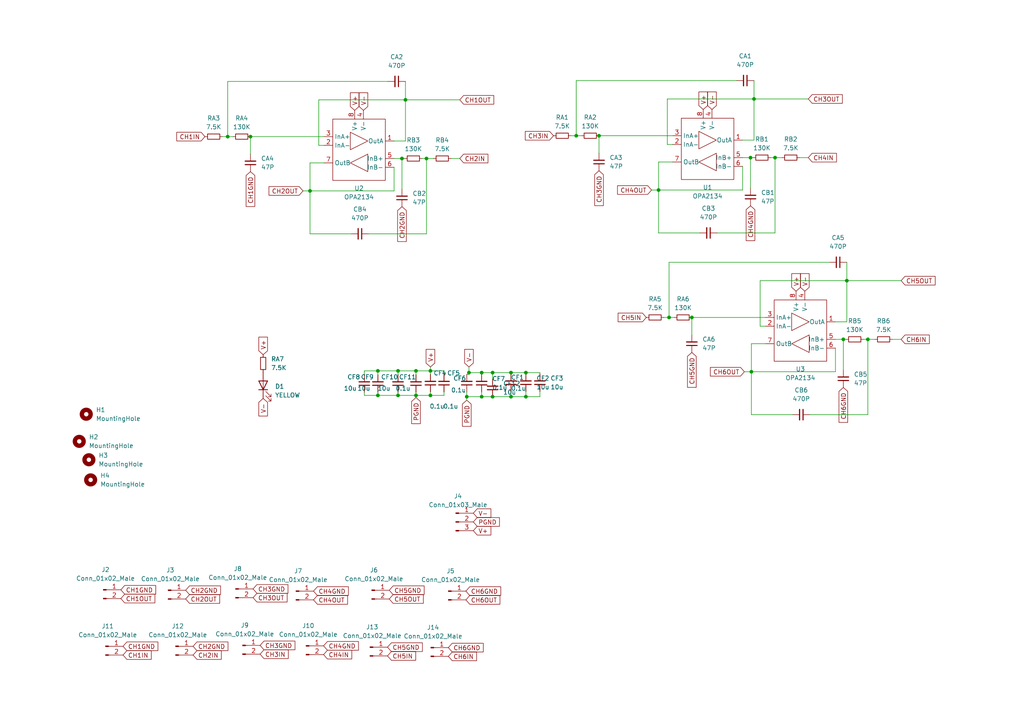
<source format=kicad_sch>
(kicad_sch (version 20211123) (generator eeschema)
  (paper "A4")
  (lib_symbols
    (symbol "Amplifier_Audio:OPA2134"
      (property "Reference" "U" (at 0 -2.54 0))
      (property "Value" "OPA2134" (at 0 0 0))
      (symbol "OPA2134_0_1"
        (rectangle (start -7.62 16.51) (end 7.62 -1.27))
        (polyline (pts (xy -2.54 12.7) (xy -2.54 7.62) (xy 2.54 10.16) (xy -2.54 12.7)))
        (polyline (pts (xy 2.54 6.35) (xy 2.54 1.27) (xy -2.54 3.81) (xy 2.54 6.35)))
      )
      (symbol "OPA2134_1_1"
        (pin output line (at 10.16 10.16 180) (length 2.54) (name "OutA") (number "1"))
        (pin input line (at -10.16 8.89 0) (length 2.54) (name "InA-") (number "2"))
        (pin input line (at -10.16 11.43 0) (length 2.54) (name "InA+") (number "3"))
        (pin input line (at 1.27 19.05 270) (length 2.54) (name "V-") (number "4"))
        (pin input line (at 10.16 5.08 180) (length 2.54) (name "InB+") (number "5"))
        (pin input line (at 10.16 2.54 180) (length 2.54) (name "InB-") (number "6"))
        (pin output line (at -10.16 3.81 0) (length 2.54) (name "OutB") (number "7"))
        (pin input line (at -1.27 19.05 270) (length 2.54) (name "V+") (number "8"))
      )
    )
    (symbol "Connector:Conn_01x02_Male" (pin_names (offset 1.016) hide)
      (property "Reference" "J" (at 0 2.54 0))
      (property "Value" "Conn_01x02_Male" (at 0 -5.08 0))
      (symbol "Conn_01x02_Male_1_1"
        (polyline (pts (xy 1.27 -2.54) (xy 0.8636 -2.54)) (stroke (width 0.1524)))
        (polyline (pts (xy 1.27 0) (xy 0.8636 0)) (stroke (width 0.1524)))
        (rectangle (start 0.8636 -2.413) (end 0 -2.667) (stroke (width 0.1524)) (fill (type outline)))
        (rectangle (start 0.8636 0.127) (end 0 -0.127) (stroke (width 0.1524)) (fill (type outline)))
        (pin passive line (at 5.08 0 180) (length 3.81) (name "Pin_1") (number "1"))
        (pin passive line (at 5.08 -2.54 180) (length 3.81) (name "Pin_2") (number "2"))
      )
    )
    (symbol "Connector:Conn_01x03_Male" (pin_names (offset 1.016) hide)
      (property "Reference" "J" (at 0 5.08 0))
      (property "Value" "Conn_01x03_Male" (at 0 -5.08 0))
      (symbol "Conn_01x03_Male_1_1"
        (polyline (pts (xy 1.27 -2.54) (xy 0.8636 -2.54)) (stroke (width 0.1524)))
        (polyline (pts (xy 1.27 0) (xy 0.8636 0)) (stroke (width 0.1524)))
        (polyline (pts (xy 1.27 2.54) (xy 0.8636 2.54)) (stroke (width 0.1524)))
        (rectangle (start 0.8636 -2.413) (end 0 -2.667) (stroke (width 0.1524)) (fill (type outline)))
        (rectangle (start 0.8636 0.127) (end 0 -0.127) (stroke (width 0.1524)) (fill (type outline)))
        (rectangle (start 0.8636 2.667) (end 0 2.413) (stroke (width 0.1524)) (fill (type outline)))
        (pin passive line (at 5.08 2.54 180) (length 3.81) (name "Pin_1") (number "1"))
        (pin passive line (at 5.08 0 180) (length 3.81) (name "Pin_2") (number "2"))
        (pin passive line (at 5.08 -2.54 180) (length 3.81) (name "Pin_3") (number "3"))
      )
    )
    (symbol "Device:C_Small" (pin_numbers hide) (pin_names (offset 0.254) hide)
      (property "Reference" "C" (at 0.254 1.778 0))
      (property "Value" "C_Small" (at 0.254 -2.032 0))
      (symbol "C_Small_0_1"
        (polyline (pts (xy -1.524 -0.508) (xy 1.524 -0.508)) (stroke (width 0.3302)))
        (polyline (pts (xy -1.524 0.508) (xy 1.524 0.508)) (stroke (width 0.3048)))
      )
      (symbol "C_Small_1_1"
        (pin passive line (at 0 2.54 270) (length 2.032) (name "~") (number "1"))
        (pin passive line (at 0 -2.54 90) (length 2.032) (name "~") (number "2"))
      )
    )
    (symbol "Device:LED" (pin_numbers hide) (pin_names (offset 1.016) hide)
      (property "Reference" "D" (at 0 2.54 0))
      (property "Value" "LED" (at 0 -2.54 0))
      (symbol "LED_0_1"
        (polyline (pts (xy -1.27 -1.27) (xy -1.27 1.27)) (stroke (width 0.254)))
        (polyline (pts (xy -1.27 0) (xy 1.27 0)))
        (polyline (pts (xy 1.27 -1.27) (xy 1.27 1.27) (xy -1.27 0) (xy 1.27 -1.27)) (stroke (width 0.254)))
        (polyline (pts (xy -3.048 -0.762) (xy -4.572 -2.286) (xy -3.81 -2.286) (xy -4.572 -2.286) (xy -4.572 -1.524)))
        (polyline (pts (xy -1.778 -0.762) (xy -3.302 -2.286) (xy -2.54 -2.286) (xy -3.302 -2.286) (xy -3.302 -1.524)))
      )
      (symbol "LED_1_1"
        (pin passive line (at -3.81 0 0) (length 2.54) (name "K") (number "1"))
        (pin passive line (at 3.81 0 180) (length 2.54) (name "A") (number "2"))
      )
    )
    (symbol "Device:R_Small" (pin_numbers hide) (pin_names (offset 0.254) hide)
      (property "Reference" "R" (at 0.762 0.508 0))
      (property "Value" "R_Small" (at 0.762 -1.016 0))
      (symbol "R_Small_0_1"
        (rectangle (start -0.762 1.778) (end 0.762 -1.778) (stroke (width 0.2032)))
      )
      (symbol "R_Small_1_1"
        (pin passive line (at 0 2.54 270) (length 0.762) (name "~") (number "1"))
        (pin passive line (at 0 -2.54 90) (length 0.762) (name "~") (number "2"))
      )
    )
    (symbol "Mechanical:MountingHole" (pin_names (offset 1.016))
      (property "Reference" "H" (at 0 5.08 0))
      (property "Value" "MountingHole" (at 0 3.175 0))
      (symbol "MountingHole_0_1"
        (circle (center 0 0) (radius 1.27) (stroke (width 1.27)))
      )
    )
  )
  (junction (at 139.7 115.062))
  (junction (at 124.841 114.681))
  (junction (at 224.79 45.72))
  (junction (at 72.644 39.624))
  (junction (at 152.527 108.077))
  (junction (at 66.04 39.624))
  (junction (at 194.056 92.075))
  (junction (at 217.932 107.823))
  (junction (at 123.698 45.974))
  (junction (at 217.678 45.72))
  (junction (at 115.443 107.569))
  (junction (at 200.66 92.075))
  (junction (at 245.618 81.407))
  (junction (at 89.916 55.372))
  (junction (at 148.209 108.077))
  (junction (at 109.601 107.569))
  (junction (at 109.601 114.681))
  (junction (at 142.875 115.062))
  (junction (at 173.736 39.37))
  (junction (at 135.382 115.062))
  (junction (at 244.602 98.425))
  (junction (at 136.017 108.077))
  (junction (at 152.527 115.062))
  (junction (at 191.008 55.118))
  (junction (at 124.841 107.569))
  (junction (at 139.7 108.077))
  (junction (at 120.65 107.569))
  (junction (at 116.586 45.974))
  (junction (at 167.132 39.37))
  (junction (at 115.443 114.681))
  (junction (at 142.875 108.077))
  (junction (at 251.714 98.425))
  (junction (at 117.602 28.956))
  (junction (at 120.65 114.681))
  (junction (at 148.209 115.062))
  (junction (at 218.694 28.702))
  (wire (pts (xy 245.618 81.407) (xy 245.618 93.345)))
  (wire (pts (xy 191.008 46.99) (xy 195.072 46.99)))
  (wire (pts (xy 242.316 93.345) (xy 245.618 93.345)))
  (wire (pts (xy 208.026 67.564) (xy 224.79 67.564)))
  (wire (pts (xy 124.841 113.665) (xy 124.841 114.681)))
  (wire (pts (xy 200.66 92.075) (xy 200.66 97.155)))
  (wire (pts (xy 152.527 108.077) (xy 148.209 108.077)))
  (wire (pts (xy 124.841 107.569) (xy 124.841 108.585)))
  (wire (pts (xy 156.591 115.062) (xy 152.527 115.062)))
  (wire (pts (xy 224.79 45.72) (xy 224.79 67.564)))
  (wire (pts (xy 173.736 39.37) (xy 195.072 39.37)))
  (wire (pts (xy 156.591 113.538) (xy 156.591 115.062)))
  (wire (pts (xy 200.66 92.075) (xy 221.996 92.075)))
  (wire (pts (xy 165.608 39.37) (xy 167.132 39.37)))
  (wire (pts (xy 115.443 114.681) (xy 120.65 114.681)))
  (wire (pts (xy 116.586 54.864) (xy 116.586 45.974)))
  (wire (pts (xy 105.664 113.792) (xy 105.664 114.681)))
  (wire (pts (xy 89.916 47.244) (xy 93.98 47.244)))
  (wire (pts (xy 92.456 42.164) (xy 92.456 28.956)))
  (wire (pts (xy 215.392 48.26) (xy 215.392 55.118)))
  (wire (pts (xy 89.916 55.372) (xy 114.3 55.372)))
  (wire (pts (xy 215.392 40.64) (xy 218.694 40.64)))
  (wire (pts (xy 130.81 45.974) (xy 133.35 45.974)))
  (wire (pts (xy 115.443 108.712) (xy 115.443 107.569)))
  (wire (pts (xy 191.008 55.118) (xy 191.008 46.99)))
  (wire (pts (xy 123.698 45.974) (xy 123.698 67.818)))
  (wire (pts (xy 220.472 94.615) (xy 220.472 81.407)))
  (wire (pts (xy 128.778 108.585) (xy 128.778 107.569)))
  (wire (pts (xy 251.714 98.425) (xy 253.746 98.425)))
  (wire (pts (xy 244.602 98.425) (xy 245.364 98.425)))
  (wire (pts (xy 72.644 39.624) (xy 93.98 39.624)))
  (wire (pts (xy 152.527 115.062) (xy 148.209 115.062)))
  (wire (pts (xy 244.602 107.315) (xy 244.602 98.425)))
  (wire (pts (xy 142.875 108.077) (xy 139.7 108.077)))
  (wire (pts (xy 217.932 99.695) (xy 221.996 99.695)))
  (wire (pts (xy 229.87 120.269) (xy 217.932 120.269)))
  (wire (pts (xy 66.04 39.624) (xy 67.564 39.624)))
  (wire (pts (xy 114.3 48.514) (xy 114.3 55.372)))
  (wire (pts (xy 148.209 108.077) (xy 142.875 108.077)))
  (wire (pts (xy 109.601 107.569) (xy 115.443 107.569)))
  (wire (pts (xy 188.976 55.118) (xy 191.008 55.118)))
  (wire (pts (xy 231.902 45.72) (xy 234.442 45.72)))
  (wire (pts (xy 245.618 76.073) (xy 245.618 81.407)))
  (wire (pts (xy 124.841 107.569) (xy 120.65 107.569)))
  (wire (pts (xy 120.65 107.569) (xy 120.65 108.712)))
  (wire (pts (xy 109.601 114.681) (xy 115.443 114.681)))
  (wire (pts (xy 136.017 106.426) (xy 136.017 108.077)))
  (wire (pts (xy 87.884 55.372) (xy 89.916 55.372)))
  (wire (pts (xy 122.428 45.974) (xy 123.698 45.974)))
  (wire (pts (xy 234.95 120.269) (xy 251.714 120.269)))
  (wire (pts (xy 139.7 108.585) (xy 139.7 108.077)))
  (wire (pts (xy 114.3 45.974) (xy 116.586 45.974)))
  (wire (pts (xy 202.946 67.564) (xy 191.008 67.564)))
  (wire (pts (xy 109.601 113.792) (xy 109.601 114.681)))
  (wire (pts (xy 139.7 108.077) (xy 136.017 108.077)))
  (wire (pts (xy 101.854 67.818) (xy 89.916 67.818)))
  (wire (pts (xy 133.35 28.956) (xy 117.602 28.956)))
  (wire (pts (xy 109.601 108.712) (xy 109.601 107.569)))
  (wire (pts (xy 234.442 28.702) (xy 218.694 28.702)))
  (wire (pts (xy 242.316 100.965) (xy 242.316 107.823)))
  (wire (pts (xy 156.591 108.077) (xy 152.527 108.077)))
  (wire (pts (xy 217.932 107.823) (xy 242.316 107.823)))
  (wire (pts (xy 223.52 45.72) (xy 224.79 45.72)))
  (wire (pts (xy 136.017 108.585) (xy 135.382 108.585)))
  (wire (pts (xy 128.778 107.569) (xy 124.841 107.569)))
  (wire (pts (xy 124.841 114.681) (xy 120.65 114.681)))
  (wire (pts (xy 261.366 81.407) (xy 245.618 81.407)))
  (wire (pts (xy 242.316 98.425) (xy 244.602 98.425)))
  (wire (pts (xy 193.548 41.91) (xy 193.548 28.702)))
  (wire (pts (xy 116.586 45.974) (xy 117.348 45.974)))
  (wire (pts (xy 218.694 28.702) (xy 218.694 40.64)))
  (wire (pts (xy 117.602 28.956) (xy 117.602 40.894)))
  (wire (pts (xy 139.7 115.062) (xy 135.382 115.062)))
  (wire (pts (xy 66.04 23.622) (xy 66.04 39.624)))
  (wire (pts (xy 217.932 107.823) (xy 217.932 99.695)))
  (wire (pts (xy 195.072 41.91) (xy 193.548 41.91)))
  (wire (pts (xy 215.9 107.823) (xy 217.932 107.823)))
  (wire (pts (xy 194.056 92.075) (xy 195.58 92.075)))
  (wire (pts (xy 105.664 108.712) (xy 105.664 107.569)))
  (wire (pts (xy 123.698 45.974) (xy 125.73 45.974)))
  (wire (pts (xy 139.7 113.665) (xy 139.7 115.062)))
  (wire (pts (xy 167.132 23.368) (xy 213.614 23.368)))
  (wire (pts (xy 191.008 55.118) (xy 215.392 55.118)))
  (wire (pts (xy 135.382 113.665) (xy 135.382 115.062)))
  (wire (pts (xy 148.209 108.458) (xy 148.209 108.077)))
  (wire (pts (xy 89.916 67.818) (xy 89.916 55.372)))
  (wire (pts (xy 218.694 23.368) (xy 218.694 28.702)))
  (wire (pts (xy 193.548 28.702) (xy 218.694 28.702)))
  (wire (pts (xy 167.132 23.368) (xy 167.132 39.37)))
  (wire (pts (xy 217.678 45.72) (xy 218.44 45.72)))
  (wire (pts (xy 128.778 114.681) (xy 124.841 114.681)))
  (wire (pts (xy 258.826 98.425) (xy 261.366 98.425)))
  (wire (pts (xy 93.98 42.164) (xy 92.456 42.164)))
  (wire (pts (xy 217.932 120.269) (xy 217.932 107.823)))
  (wire (pts (xy 105.664 107.569) (xy 109.601 107.569)))
  (wire (pts (xy 156.591 108.458) (xy 156.591 108.077)))
  (wire (pts (xy 115.443 113.792) (xy 115.443 114.681)))
  (wire (pts (xy 217.678 54.61) (xy 217.678 45.72)))
  (wire (pts (xy 250.444 98.425) (xy 251.714 98.425)))
  (wire (pts (xy 192.532 92.075) (xy 194.056 92.075)))
  (wire (pts (xy 124.841 106.426) (xy 124.841 107.569)))
  (wire (pts (xy 167.132 39.37) (xy 168.656 39.37)))
  (wire (pts (xy 152.527 108.458) (xy 152.527 108.077)))
  (wire (pts (xy 64.516 39.624) (xy 66.04 39.624)))
  (wire (pts (xy 251.714 98.425) (xy 251.714 120.269)))
  (wire (pts (xy 120.65 114.681) (xy 120.65 115.316)))
  (wire (pts (xy 148.209 113.538) (xy 148.209 115.062)))
  (wire (pts (xy 194.056 76.073) (xy 240.538 76.073)))
  (wire (pts (xy 152.527 113.538) (xy 152.527 115.062)))
  (wire (pts (xy 221.996 94.615) (xy 220.472 94.615)))
  (wire (pts (xy 92.456 28.956) (xy 117.602 28.956)))
  (wire (pts (xy 136.017 108.077) (xy 136.017 108.585)))
  (wire (pts (xy 117.602 23.622) (xy 117.602 28.956)))
  (wire (pts (xy 114.3 40.894) (xy 117.602 40.894)))
  (wire (pts (xy 89.916 55.372) (xy 89.916 47.244)))
  (wire (pts (xy 194.056 76.073) (xy 194.056 92.075)))
  (wire (pts (xy 106.934 67.818) (xy 123.698 67.818)))
  (wire (pts (xy 224.79 45.72) (xy 226.822 45.72)))
  (wire (pts (xy 128.778 113.665) (xy 128.778 114.681)))
  (wire (pts (xy 220.472 81.407) (xy 245.618 81.407)))
  (wire (pts (xy 191.008 67.564) (xy 191.008 55.118)))
  (wire (pts (xy 142.875 109.982) (xy 142.875 108.077)))
  (wire (pts (xy 66.04 23.622) (xy 112.522 23.622)))
  (wire (pts (xy 215.392 45.72) (xy 217.678 45.72)))
  (wire (pts (xy 105.664 114.681) (xy 109.601 114.681)))
  (wire (pts (xy 72.644 39.624) (xy 72.644 44.704)))
  (wire (pts (xy 148.209 115.062) (xy 142.875 115.062)))
  (wire (pts (xy 120.65 113.792) (xy 120.65 114.681)))
  (wire (pts (xy 142.875 115.062) (xy 139.7 115.062)))
  (wire (pts (xy 115.443 107.569) (xy 120.65 107.569)))
  (wire (pts (xy 135.382 115.062) (xy 135.382 116.078)))
  (wire (pts (xy 173.736 39.37) (xy 173.736 44.45)))
  (global_label "CH5IN" (shape input) (at 187.452 92.075 180) (property "Intersheet References" "${INTERSHEET_REFS}" (effects hide)))
  (global_label "CH3IN" (shape input) (at 160.528 39.37 180) (property "Intersheet References" "${INTERSHEET_REFS}" (effects hide)))
  (global_label "CH2GND" (shape input) (at 53.848 171.196 0) (property "Intersheet References" "${INTERSHEET_REFS}" (effects hide)))
  (global_label "CH1OUT" (shape input) (at 133.35 28.956 0) (property "Intersheet References" "${INTERSHEET_REFS}" (effects hide)))
  (global_label "CH1IN" (shape input) (at 35.687 189.992 0) (property "Intersheet References" "${INTERSHEET_REFS}" (effects hide)))
  (global_label "CH1IN" (shape input) (at 59.436 39.624 180) (property "Intersheet References" "${INTERSHEET_REFS}" (effects hide)))
  (global_label "CH6IN" (shape input) (at 261.366 98.425 0) (property "Intersheet References" "${INTERSHEET_REFS}" (effects hide)))
  (global_label "CH2IN" (shape input) (at 56.007 189.992 0) (property "Intersheet References" "${INTERSHEET_REFS}" (effects hide)))
  (global_label "CH2OUT" (shape input) (at 53.848 173.736 0) (property "Intersheet References" "${INTERSHEET_REFS}" (effects hide)))
  (global_label "CH6OUT" (shape input) (at 135.128 173.99 0) (property "Intersheet References" "${INTERSHEET_REFS}" (effects hide)))
  (global_label "CH4GND" (shape input) (at 93.853 187.325 0) (property "Intersheet References" "${INTERSHEET_REFS}" (effects hide)))
  (global_label "CH5OUT" (shape input) (at 112.903 173.736 0) (property "Intersheet References" "${INTERSHEET_REFS}" (effects hide)))
  (global_label "V-" (shape input) (at 105.41 32.004 90) (property "Intersheet References" "${INTERSHEET_REFS}" (effects hide)))
  (global_label "CH4GND" (shape input) (at 217.678 59.69 270) (property "Intersheet References" "${INTERSHEET_REFS}" (effects hide)))
  (global_label "CH2GND" (shape input) (at 116.586 59.944 270) (property "Intersheet References" "${INTERSHEET_REFS}" (effects hide)))
  (global_label "CH6GND" (shape input) (at 130.048 187.833 0) (property "Intersheet References" "${INTERSHEET_REFS}" (effects hide)))
  (global_label "CH3OUT" (shape input) (at 234.442 28.702 0) (property "Intersheet References" "${INTERSHEET_REFS}" (effects hide)))
  (global_label "CH4IN" (shape input) (at 234.442 45.72 0) (property "Intersheet References" "${INTERSHEET_REFS}" (effects hide)))
  (global_label "CH5IN" (shape input) (at 112.395 190.246 0) (property "Intersheet References" "${INTERSHEET_REFS}" (effects hide)))
  (global_label "PGND" (shape input) (at 120.65 115.316 270) (property "Intersheet References" "${INTERSHEET_REFS}" (effects hide)))
  (global_label "CH2GND" (shape input) (at 56.007 187.452 0) (property "Intersheet References" "${INTERSHEET_REFS}" (effects hide)))
  (global_label "CH5OUT" (shape input) (at 261.366 81.407 0) (property "Intersheet References" "${INTERSHEET_REFS}" (effects hide)))
  (global_label "V-" (shape input) (at 76.327 115.57 270) (property "Intersheet References" "${INTERSHEET_REFS}" (effects hide)))
  (global_label "CH3GND" (shape input) (at 75.438 187.198 0) (property "Intersheet References" "${INTERSHEET_REFS}" (effects hide)))
  (global_label "CH3GND" (shape input) (at 73.406 170.815 0) (property "Intersheet References" "${INTERSHEET_REFS}" (effects hide)))
  (global_label "CH3GND" (shape input) (at 173.736 49.53 270) (property "Intersheet References" "${INTERSHEET_REFS}" (effects hide)))
  (global_label "CH4OUT" (shape input) (at 188.976 55.118 180) (property "Intersheet References" "${INTERSHEET_REFS}" (effects hide)))
  (global_label "CH6OUT" (shape input) (at 215.9 107.823 180) (property "Intersheet References" "${INTERSHEET_REFS}" (effects hide)))
  (global_label "V-" (shape input) (at 136.017 106.426 90) (property "Intersheet References" "${INTERSHEET_REFS}" (effects hide)))
  (global_label "CH1GND" (shape input) (at 72.644 49.784 270) (property "Intersheet References" "${INTERSHEET_REFS}" (effects hide)))
  (global_label "CH5GND" (shape input) (at 200.66 102.235 270) (property "Intersheet References" "${INTERSHEET_REFS}" (effects hide)))
  (global_label "CH6GND" (shape input) (at 244.602 112.395 270) (property "Intersheet References" "${INTERSHEET_REFS}" (effects hide)))
  (global_label "CH2IN" (shape input) (at 133.35 45.974 0) (property "Intersheet References" "${INTERSHEET_REFS}" (effects hide)))
  (global_label "V+" (shape input) (at 137.287 153.924 0) (property "Intersheet References" "${INTERSHEET_REFS}" (effects hide)))
  (global_label "CH5GND" (shape input) (at 112.395 187.706 0) (property "Intersheet References" "${INTERSHEET_REFS}" (effects hide)))
  (global_label "CH6IN" (shape input) (at 130.048 190.373 0) (property "Intersheet References" "${INTERSHEET_REFS}" (effects hide)))
  (global_label "CH3OUT" (shape input) (at 73.406 173.355 0) (property "Intersheet References" "${INTERSHEET_REFS}" (effects hide)))
  (global_label "CH4OUT" (shape input) (at 90.932 173.99 0) (property "Intersheet References" "${INTERSHEET_REFS}" (effects hide)))
  (global_label "V-" (shape input) (at 206.502 31.75 90) (property "Intersheet References" "${INTERSHEET_REFS}" (effects hide)))
  (global_label "CH5GND" (shape input) (at 112.903 171.196 0) (property "Intersheet References" "${INTERSHEET_REFS}" (effects hide)))
  (global_label "CH1GND" (shape input) (at 35.052 171.069 0) (property "Intersheet References" "${INTERSHEET_REFS}" (effects hide)))
  (global_label "V+" (shape input) (at 203.962 31.75 90) (property "Intersheet References" "${INTERSHEET_REFS}" (effects hide)))
  (global_label "CH1OUT" (shape input) (at 35.052 173.609 0) (property "Intersheet References" "${INTERSHEET_REFS}" (effects hide)))
  (global_label "CH2OUT" (shape input) (at 87.884 55.372 180) (property "Intersheet References" "${INTERSHEET_REFS}" (effects hide)))
  (global_label "V-" (shape input) (at 233.426 84.455 90) (property "Intersheet References" "${INTERSHEET_REFS}" (effects hide)))
  (global_label "V-" (shape input) (at 137.287 148.844 0) (property "Intersheet References" "${INTERSHEET_REFS}" (effects hide)))
  (global_label "V+" (shape input) (at 76.327 102.87 90) (property "Intersheet References" "${INTERSHEET_REFS}" (effects hide)))
  (global_label "CH4GND" (shape input) (at 90.932 171.45 0) (property "Intersheet References" "${INTERSHEET_REFS}" (effects hide)))
  (global_label "PGND" (shape input) (at 135.382 116.078 270) (property "Intersheet References" "${INTERSHEET_REFS}" (effects hide)))
  (global_label "CH1GND" (shape input) (at 35.687 187.452 0) (property "Intersheet References" "${INTERSHEET_REFS}" (effects hide)))
  (global_label "CH4IN" (shape input) (at 93.853 189.865 0) (property "Intersheet References" "${INTERSHEET_REFS}" (effects hide)))
  (global_label "V+" (shape input) (at 230.886 84.455 90) (property "Intersheet References" "${INTERSHEET_REFS}" (effects hide)))
  (global_label "V+" (shape input) (at 124.841 106.426 90) (property "Intersheet References" "${INTERSHEET_REFS}" (effects hide)))
  (global_label "PGND" (shape input) (at 137.287 151.384 0) (property "Intersheet References" "${INTERSHEET_REFS}" (effects hide)))
  (global_label "CH6GND" (shape input) (at 135.128 171.45 0) (property "Intersheet References" "${INTERSHEET_REFS}" (effects hide)))
  (global_label "CH3IN" (shape input) (at 75.438 189.738 0) (property "Intersheet References" "${INTERSHEET_REFS}" (effects hide)))
  (global_label "V+" (shape input) (at 102.87 32.004 90) (property "Intersheet References" "${INTERSHEET_REFS}" (effects hide)))
  (symbol (lib_id "Connector:Conn_01x02_Male") (at 130.048 171.45 0) (unit 1)
    (property "Reference" "J5" (at 130.683 165.608 0))
    (property "Value" "Conn_01x02_Male" (at 130.683 168.148 0))
    (property "Footprint" "Connector_JST:JST_PH_B2B-PH-K_1x02_P2.00mm_Vertical" (effects hide))
  )
  (symbol (lib_id "Connector:Conn_01x02_Male") (at 88.773 187.325 0) (unit 1)
    (property "Reference" "J10" (at 89.408 181.483 0))
    (property "Value" "Conn_01x02_Male" (at 89.408 184.023 0))
    (property "Footprint" "Connector_JST:JST_PH_B2B-PH-K_1x02_P2.00mm_Vertical" (effects hide))
  )
  (symbol (lib_id "Connector:Conn_01x03_Male") (at 132.207 151.384 0) (unit 1)
    (property "Reference" "J4" (at 132.842 143.891 0))
    (property "Value" "Conn_01x03_Male" (at 132.842 146.431 0))
    (property "Footprint" "Connector_JST:JST_PH_B3B-PH-K_1x03_P2.00mm_Vertical" (effects hide))
  )
  (symbol (lib_id "Device:C_Small") (at 216.154 23.368 270) (unit 1)
    (property "Reference" "CA1" (at 216.1476 16.256 90))
    (property "Value" "470P" (at 216.1476 18.796 90))
    (property "Footprint" "Capacitor_SMD:C_1206_3216Metric_Pad1.33x1.80mm_HandSolder" (effects hide))
  )
  (symbol (lib_id "Amplifier_Audio:OPA2134") (at 232.156 103.505 0) (unit 1)
    (property "Reference" "U3" (at 232.156 107.061 0))
    (property "Value" "OPA2134" (at 232.156 109.601 0))
    (property "Footprint" "Package_DIP:DIP-8_W7.62mm_Socket" (effects hide))
  )
  (symbol (lib_id "Mechanical:MountingHole") (at 22.987 128.016 0) (unit 1)
    (property "Reference" "H2" (at 25.781 126.7459 0) (effects (justify left)))
    (property "Value" "MountingHole" (at 25.781 129.2859 0) (effects (justify left)))
    (property "Footprint" "MountingHole:MountingHole_3.2mm_M3" (effects hide))
  )
  (symbol (lib_id "Connector:Conn_01x02_Male") (at 68.326 170.815 0) (unit 1)
    (property "Reference" "J8" (at 68.961 164.973 0))
    (property "Value" "Conn_01x02_Male" (at 68.961 167.513 0))
    (property "Footprint" "Connector_JST:JST_PH_B2B-PH-K_1x02_P2.00mm_Vertical" (effects hide))
  )
  (symbol (lib_id "Device:C_Small") (at 116.586 57.404 180) (unit 1)
    (property "Reference" "CB2" (at 119.634 56.1275 0) (effects (justify right)))
    (property "Value" "47P" (at 119.634 58.6675 0) (effects (justify right)))
    (property "Footprint" "Capacitor_SMD:C_1206_3216Metric_Pad1.33x1.80mm_HandSolder" (effects hide))
  )
  (symbol (lib_id "Connector:Conn_01x02_Male") (at 48.768 171.196 0) (unit 1)
    (property "Reference" "J3" (at 49.403 165.354 0))
    (property "Value" "Conn_01x02_Male" (at 49.403 167.894 0))
    (property "Footprint" "Connector_JST:JST_PH_B2B-PH-K_1x02_P2.00mm_Vertical" (effects hide))
  )
  (symbol (lib_id "Connector:Conn_01x02_Male") (at 29.972 171.069 0) (unit 1)
    (property "Reference" "J2" (at 30.607 165.227 0))
    (property "Value" "Conn_01x02_Male" (at 30.607 167.767 0))
    (property "Footprint" "Connector_JST:JST_PH_B2B-PH-K_1x02_P2.00mm_Vertical" (effects hide))
  )
  (symbol (lib_id "Device:R_Small") (at 198.12 92.075 90) (unit 1)
    (property "Reference" "RA6" (at 198.12 86.741 90))
    (property "Value" "130K" (at 198.12 89.281 90))
    (property "Footprint" "Resistor_SMD:R_1206_3216Metric_Pad1.30x1.75mm_HandSolder" (effects hide))
  )
  (symbol (lib_id "Mechanical:MountingHole") (at 26.289 139.192 0) (unit 1)
    (property "Reference" "H4" (at 29.083 137.9219 0) (effects (justify left)))
    (property "Value" "MountingHole" (at 29.083 140.4619 0) (effects (justify left)))
    (property "Footprint" "MountingHole:MountingHole_3.2mm_M3" (effects hide))
  )
  (symbol (lib_id "Device:R_Small") (at 76.327 105.41 180) (unit 1)
    (property "Reference" "RA7" (at 78.613 104.1399 0) (effects (justify right)))
    (property "Value" "7.5K" (at 78.613 106.6799 0) (effects (justify right)))
    (property "Footprint" "Resistor_SMD:R_0603_1608Metric" (effects hide))
  )
  (symbol (lib_id "Device:C_Small") (at 244.602 109.855 180) (unit 1)
    (property "Reference" "CB5" (at 247.65 108.5785 0) (effects (justify right)))
    (property "Value" "47P" (at 247.65 111.1185 0) (effects (justify right)))
    (property "Footprint" "Capacitor_SMD:C_1206_3216Metric_Pad1.33x1.80mm_HandSolder" (effects hide))
  )
  (symbol (lib_id "Device:LED") (at 76.327 111.76 90) (unit 1)
    (property "Reference" "D1" (at 79.756 112.0774 90) (effects (justify right)))
    (property "Value" "YELLOW" (at 79.756 114.6174 90) (effects (justify right)))
    (property "Footprint" "LED_SMD:LED_0805_2012Metric_Pad1.15x1.40mm_HandSolder" (effects hide))
  )
  (symbol (lib_id "Device:C_Small") (at 109.601 111.252 180) (unit 1)
    (property "Reference" "CF9" (at 104.648 109.347 0) (effects (justify right)))
    (property "Value" "10u" (at 103.632 112.649 0) (effects (justify right)))
    (property "Footprint" "Capacitor_SMD:C_1206_3216Metric_Pad1.33x1.80mm_HandSolder" (effects hide))
  )
  (symbol (lib_id "Device:R_Small") (at 229.362 45.72 90) (unit 1)
    (property "Reference" "RB2" (at 229.362 40.386 90))
    (property "Value" "7.5K" (at 229.362 42.926 90))
    (property "Footprint" "Resistor_SMD:R_1206_3216Metric_Pad1.30x1.75mm_HandSolder" (effects hide))
  )
  (symbol (lib_id "Device:C_Small") (at 105.664 111.252 180) (unit 1)
    (property "Reference" "CF8" (at 100.711 109.347 0) (effects (justify right)))
    (property "Value" "10u" (at 99.695 112.649 0) (effects (justify right)))
    (property "Footprint" "Capacitor_SMD:C_1206_3216Metric_Pad1.33x1.80mm_HandSolder" (effects hide))
  )
  (symbol (lib_id "Device:R_Small") (at 70.104 39.624 90) (unit 1)
    (property "Reference" "RA4" (at 70.104 34.29 90))
    (property "Value" "130K" (at 70.104 36.83 90))
    (property "Footprint" "Resistor_SMD:R_1206_3216Metric_Pad1.30x1.75mm_HandSolder" (effects hide))
  )
  (symbol (lib_id "Connector:Conn_01x02_Male") (at 50.927 187.452 0) (unit 1)
    (property "Reference" "J12" (at 51.562 181.61 0))
    (property "Value" "Conn_01x02_Male" (at 51.562 184.15 0))
    (property "Footprint" "Connector_JST:JST_PH_B2B-PH-K_1x02_P2.00mm_Vertical" (effects hide))
  )
  (symbol (lib_id "Mechanical:MountingHole") (at 25.781 133.35 0) (unit 1)
    (property "Reference" "H3" (at 28.575 132.0799 0) (effects (justify left)))
    (property "Value" "MountingHole" (at 28.575 134.6199 0) (effects (justify left)))
    (property "Footprint" "MountingHole:MountingHole_3.2mm_M3" (effects hide))
  )
  (symbol (lib_id "Device:C_Small") (at 243.078 76.073 270) (unit 1)
    (property "Reference" "CA5" (at 243.0716 68.961 90))
    (property "Value" "470P" (at 243.0716 71.501 90))
    (property "Footprint" "Capacitor_SMD:C_1206_3216Metric_Pad1.33x1.80mm_HandSolder" (effects hide))
  )
  (symbol (lib_id "Mechanical:MountingHole") (at 25.019 120.142 0) (unit 1)
    (property "Reference" "H1" (at 27.813 118.8719 0) (effects (justify left)))
    (property "Value" "MountingHole" (at 27.813 121.4119 0) (effects (justify left)))
    (property "Footprint" "MountingHole:MountingHole_3.2mm_M3" (effects hide))
  )
  (symbol (lib_id "Device:C_Small") (at 72.644 47.244 180) (unit 1)
    (property "Reference" "CA4" (at 75.692 45.9675 0) (effects (justify right)))
    (property "Value" "47P" (at 75.692 48.5075 0) (effects (justify right)))
    (property "Footprint" "Capacitor_SMD:C_1206_3216Metric_Pad1.33x1.80mm_HandSolder" (effects hide))
  )
  (symbol (lib_id "Device:C_Small") (at 205.486 67.564 270) (unit 1)
    (property "Reference" "CB3" (at 205.4796 60.452 90))
    (property "Value" "470P" (at 205.4796 62.992 90))
    (property "Footprint" "Capacitor_SMD:C_1206_3216Metric_Pad1.33x1.80mm_HandSolder" (effects hide))
  )
  (symbol (lib_id "Device:R_Small") (at 247.904 98.425 90) (unit 1)
    (property "Reference" "RB5" (at 247.904 93.091 90))
    (property "Value" "130K" (at 247.904 95.631 90))
    (property "Footprint" "Resistor_SMD:R_1206_3216Metric_Pad1.30x1.75mm_HandSolder" (effects hide))
  )
  (symbol (lib_id "Device:C_Small") (at 217.678 57.15 180) (unit 1)
    (property "Reference" "CB1" (at 220.726 55.8735 0) (effects (justify right)))
    (property "Value" "47P" (at 220.726 58.4135 0) (effects (justify right)))
    (property "Footprint" "Capacitor_SMD:C_1206_3216Metric_Pad1.33x1.80mm_HandSolder" (effects hide))
  )
  (symbol (lib_id "Connector:Conn_01x02_Male") (at 107.315 187.706 0) (unit 1)
    (property "Reference" "J13" (at 107.95 181.864 0))
    (property "Value" "Conn_01x02_Male" (at 107.95 184.404 0))
    (property "Footprint" "Connector_JST:JST_PH_B2B-PH-K_1x02_P2.00mm_Vertical" (effects hide))
  )
  (symbol (lib_id "Device:C_Small") (at 152.527 110.998 180) (unit 1)
    (property "Reference" "CF2" (at 155.575 109.7215 0) (effects (justify right)))
    (property "Value" "10u" (at 155.575 112.2615 0) (effects (justify right)))
    (property "Footprint" "Capacitor_SMD:C_1206_3216Metric_Pad1.33x1.80mm_HandSolder" (effects hide))
  )
  (symbol (lib_id "Device:R_Small") (at 61.976 39.624 90) (unit 1)
    (property "Reference" "RA3" (at 61.976 34.29 90))
    (property "Value" "7.5K" (at 61.976 36.83 90))
    (property "Footprint" "Resistor_SMD:R_1206_3216Metric_Pad1.30x1.75mm_HandSolder" (effects hide))
  )
  (symbol (lib_id "Connector:Conn_01x02_Male") (at 124.968 187.833 0) (unit 1)
    (property "Reference" "J14" (at 125.603 181.991 0))
    (property "Value" "Conn_01x02_Male" (at 125.603 184.531 0))
    (property "Footprint" "Connector_JST:JST_PH_B2B-PH-K_1x02_P2.00mm_Vertical" (effects hide))
  )
  (symbol (lib_id "Device:R_Small") (at 171.196 39.37 90) (unit 1)
    (property "Reference" "RA2" (at 171.196 34.036 90))
    (property "Value" "130K" (at 171.196 36.576 90))
    (property "Footprint" "Resistor_SMD:R_1206_3216Metric_Pad1.30x1.75mm_HandSolder" (effects hide))
  )
  (symbol (lib_id "Device:C_Small") (at 232.41 120.269 270) (unit 1)
    (property "Reference" "CB6" (at 232.4036 113.157 90))
    (property "Value" "470P" (at 232.4036 115.697 90))
    (property "Footprint" "Capacitor_SMD:C_1206_3216Metric_Pad1.33x1.80mm_HandSolder" (effects hide))
  )
  (symbol (lib_id "Connector:Conn_01x02_Male") (at 85.852 171.45 0) (unit 1)
    (property "Reference" "J7" (at 86.487 165.608 0))
    (property "Value" "Conn_01x02_Male" (at 86.487 168.148 0))
    (property "Footprint" "Connector_JST:JST_PH_B2B-PH-K_1x02_P2.00mm_Vertical" (effects hide))
  )
  (symbol (lib_id "Device:C_Small") (at 120.65 111.252 180) (unit 1)
    (property "Reference" "CF11" (at 115.697 109.347 0) (effects (justify right)))
    (property "Value" "0.1u" (at 114.681 112.649 0) (effects (justify right)))
    (property "Footprint" "Capacitor_SMD:C_0805_2012Metric_Pad1.18x1.45mm_HandSolder" (effects hide))
  )
  (symbol (lib_id "Device:C_Small") (at 148.209 110.998 180) (unit 1)
    (property "Reference" "CF1" (at 148.209 109.474 0) (effects (justify right)))
    (property "Value" "0.1u" (at 148.209 112.649 0) (effects (justify right)))
    (property "Footprint" "Capacitor_SMD:C_0805_2012Metric_Pad1.18x1.45mm_HandSolder" (effects hide))
  )
  (symbol (lib_id "Device:C_Small") (at 200.66 99.695 180) (unit 1)
    (property "Reference" "CA6" (at 203.708 98.4185 0) (effects (justify right)))
    (property "Value" "47P" (at 203.708 100.9585 0) (effects (justify right)))
    (property "Footprint" "Capacitor_SMD:C_1206_3216Metric_Pad1.33x1.80mm_HandSolder" (effects hide))
  )
  (symbol (lib_id "Connector:Conn_01x02_Male") (at 70.358 187.198 0) (unit 1)
    (property "Reference" "J9" (at 70.993 181.356 0))
    (property "Value" "Conn_01x02_Male" (at 70.993 183.896 0))
    (property "Footprint" "Connector_JST:JST_PH_B2B-PH-K_1x02_P2.00mm_Vertical" (effects hide))
  )
  (symbol (lib_id "Device:R_Small") (at 128.27 45.974 90) (unit 1)
    (property "Reference" "RB4" (at 128.27 40.64 90))
    (property "Value" "7.5K" (at 128.27 43.18 90))
    (property "Footprint" "Resistor_SMD:R_1206_3216Metric_Pad1.30x1.75mm_HandSolder" (effects hide))
  )
  (symbol (lib_id "Connector:Conn_01x02_Male") (at 107.823 171.196 0) (unit 1)
    (property "Reference" "J6" (at 108.458 165.354 0))
    (property "Value" "Conn_01x02_Male" (at 108.458 167.894 0))
    (property "Footprint" "Connector_JST:JST_PH_B2B-PH-K_1x02_P2.00mm_Vertical" (effects hide))
  )
  (symbol (lib_id "Device:C_Small") (at 128.778 111.125 180) (unit 1)
    (property "Reference" "CF5" (at 129.667 108.204 0) (effects (justify right)))
    (property "Value" "0.1u" (at 128.524 117.856 0) (effects (justify right)))
    (property "Footprint" "Capacitor_SMD:C_0805_2012Metric_Pad1.18x1.45mm_HandSolder" (effects hide))
  )
  (symbol (lib_id "Device:C_Small") (at 156.591 110.998 180) (unit 1)
    (property "Reference" "CF3" (at 159.639 109.7215 0) (effects (justify right)))
    (property "Value" "10u" (at 159.639 112.2615 0) (effects (justify right)))
    (property "Footprint" "Capacitor_SMD:C_1206_3216Metric_Pad1.33x1.80mm_HandSolder" (effects hide))
  )
  (symbol (lib_id "Connector:Conn_01x02_Male") (at 30.607 187.452 0) (unit 1)
    (property "Reference" "J11" (at 31.242 181.61 0))
    (property "Value" "Conn_01x02_Male" (at 31.242 184.15 0))
    (property "Footprint" "Connector_JST:JST_PH_B2B-PH-K_1x02_P2.00mm_Vertical" (effects hide))
  )
  (symbol (lib_id "Device:R_Small") (at 256.286 98.425 90) (unit 1)
    (property "Reference" "RB6" (at 256.286 93.091 90))
    (property "Value" "7.5K" (at 256.286 95.631 90))
    (property "Footprint" "Resistor_SMD:R_1206_3216Metric_Pad1.30x1.75mm_HandSolder" (effects hide))
  )
  (symbol (lib_id "Device:C_Small") (at 115.443 111.252 180) (unit 1)
    (property "Reference" "CF10" (at 110.49 109.347 0) (effects (justify right)))
    (property "Value" "10u" (at 109.474 112.649 0) (effects (justify right)))
    (property "Footprint" "Capacitor_SMD:C_1206_3216Metric_Pad1.33x1.80mm_HandSolder" (effects hide))
  )
  (symbol (lib_id "Device:C_Small") (at 104.394 67.818 270) (unit 1)
    (property "Reference" "CB4" (at 104.3876 60.706 90))
    (property "Value" "470P" (at 104.3876 63.246 90))
    (property "Footprint" "Capacitor_SMD:C_1206_3216Metric_Pad1.33x1.80mm_HandSolder" (effects hide))
  )
  (symbol (lib_id "Device:C_Small") (at 173.736 46.99 180) (unit 1)
    (property "Reference" "CA3" (at 176.784 45.7135 0) (effects (justify right)))
    (property "Value" "47P" (at 176.784 48.2535 0) (effects (justify right)))
    (property "Footprint" "Capacitor_SMD:C_1206_3216Metric_Pad1.33x1.80mm_HandSolder" (effects hide))
  )
  (symbol (lib_id "Device:R_Small") (at 119.888 45.974 90) (unit 1)
    (property "Reference" "RB3" (at 119.888 40.64 90))
    (property "Value" "130K" (at 119.888 43.18 90))
    (property "Footprint" "Resistor_SMD:R_1206_3216Metric_Pad1.30x1.75mm_HandSolder" (effects hide))
  )
  (symbol (lib_id "Device:C_Small") (at 142.875 112.522 180) (unit 1)
    (property "Reference" "CF12" (at 145.923 111.2455 0) (effects (justify right)))
    (property "Value" "10u" (at 145.923 113.7855 0) (effects (justify right)))
    (property "Footprint" "Capacitor_SMD:C_1206_3216Metric_Pad1.33x1.80mm_HandSolder" (effects hide))
  )
  (symbol (lib_id "Device:R_Small") (at 189.992 92.075 90) (unit 1)
    (property "Reference" "RA5" (at 189.992 86.741 90))
    (property "Value" "7.5K" (at 189.992 89.281 90))
    (property "Footprint" "Resistor_SMD:R_1206_3216Metric_Pad1.30x1.75mm_HandSolder" (effects hide))
  )
  (symbol (lib_id "Device:C_Small") (at 139.7 111.125 180) (unit 1)
    (property "Reference" "CF7" (at 142.748 109.8485 0) (effects (justify right)))
    (property "Value" "0.1u" (at 142.748 112.3885 0) (effects (justify right)))
    (property "Footprint" "Capacitor_SMD:C_0805_2012Metric_Pad1.18x1.45mm_HandSolder" (effects hide))
  )
  (symbol (lib_id "Device:C_Small") (at 115.062 23.622 270) (unit 1)
    (property "Reference" "CA2" (at 115.0556 16.51 90))
    (property "Value" "470P" (at 115.0556 19.05 90))
    (property "Footprint" "Capacitor_SMD:C_1206_3216Metric_Pad1.33x1.80mm_HandSolder" (effects hide))
  )
  (symbol (lib_id "Device:R_Small") (at 220.98 45.72 90) (unit 1)
    (property "Reference" "RB1" (at 220.98 40.386 90))
    (property "Value" "130K" (at 220.98 42.926 90))
    (property "Footprint" "Resistor_SMD:R_1206_3216Metric_Pad1.30x1.75mm_HandSolder" (effects hide))
  )
  (symbol (lib_id "Device:C_Small") (at 124.841 111.125 180) (unit 1)
    (property "Reference" "CF4" (at 125.73 108.204 0) (effects (justify right)))
    (property "Value" "0.1u" (at 124.587 117.856 0) (effects (justify right)))
    (property "Footprint" "Capacitor_SMD:C_0805_2012Metric_Pad1.18x1.45mm_HandSolder" (effects hide))
  )
  (symbol (lib_id "Device:C_Small") (at 135.382 111.125 180) (unit 1)
    (property "Reference" "CF6" (at 131.445 109.728 0) (effects (justify right)))
    (property "Value" "0.1u" (at 130.81 113.157 0) (effects (justify right)))
    (property "Footprint" "Capacitor_SMD:C_0805_2012Metric_Pad1.18x1.45mm_HandSolder" (effects hide))
  )
  (symbol (lib_id "Amplifier_Audio:OPA2134") (at 205.232 50.8 0) (unit 1)
    (property "Reference" "U1" (at 205.232 54.356 0))
    (property "Value" "OPA2134" (at 205.232 56.896 0))
    (property "Footprint" "Package_DIP:DIP-8_W7.62mm_Socket" (effects hide))
  )
  (symbol (lib_id "Amplifier_Audio:OPA2134") (at 104.14 51.054 0) (unit 1)
    (property "Reference" "U2" (at 104.14 54.61 0))
    (property "Value" "OPA2134" (at 104.14 57.15 0))
    (property "Footprint" "Package_DIP:DIP-8_W7.62mm_Socket" (effects hide))
  )
  (symbol (lib_id "Device:R_Small") (at 163.068 39.37 90) (unit 1)
    (property "Reference" "RA1" (at 163.068 34.036 90))
    (property "Value" "7.5K" (at 163.068 36.576 90))
    (property "Footprint" "Resistor_SMD:R_1206_3216Metric_Pad1.30x1.75mm_HandSolder" (effects hide))
  )
)
</source>
